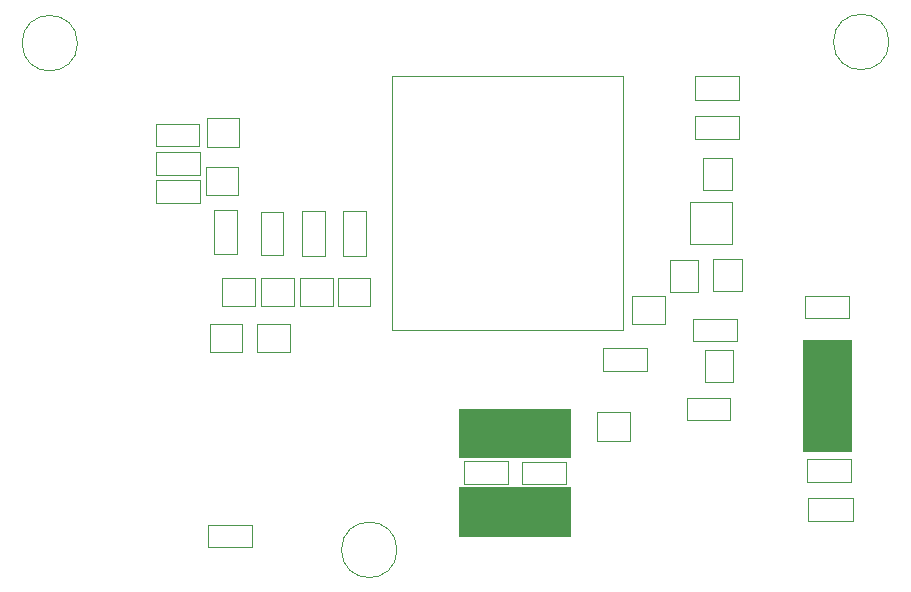
<source format=gbr>
G04 #@! TF.GenerationSoftware,KiCad,Pcbnew,(6.0.2)*
G04 #@! TF.CreationDate,2022-04-01T11:32:24+02:00*
G04 #@! TF.ProjectId,iot node,696f7420-6e6f-4646-952e-6b696361645f,rev?*
G04 #@! TF.SameCoordinates,Original*
G04 #@! TF.FileFunction,Other,User*
%FSLAX46Y46*%
G04 Gerber Fmt 4.6, Leading zero omitted, Abs format (unit mm)*
G04 Created by KiCad (PCBNEW (6.0.2)) date 2022-04-01 11:32:24*
%MOMM*%
%LPD*%
G01*
G04 APERTURE LIST*
%ADD10C,0.050000*%
%ADD11C,0.120000*%
%ADD12C,0.100000*%
G04 APERTURE END LIST*
D10*
X162300000Y-100150000D02*
G75*
G03*
X162300000Y-100150000I-2350000J0D01*
G01*
X93600000Y-100250000D02*
G75*
G03*
X93600000Y-100250000I-2350000J0D01*
G01*
X120650000Y-143150000D02*
G75*
G03*
X120650000Y-143150000I-2350000J0D01*
G01*
X107275000Y-109025000D02*
X104525000Y-109025000D01*
X104525000Y-106625000D02*
X104525000Y-109025000D01*
X104525000Y-106625000D02*
X107275000Y-106625000D01*
X107275000Y-109025000D02*
X107275000Y-106625000D01*
X111550000Y-126400000D02*
X108800000Y-126400000D01*
X111550000Y-126400000D02*
X111550000Y-124000000D01*
X108800000Y-124000000D02*
X111550000Y-124000000D01*
X108800000Y-124000000D02*
X108800000Y-126400000D01*
D11*
X139800000Y-124500000D02*
X139800000Y-103000000D01*
X120200000Y-103000000D02*
X120200000Y-124500000D01*
X139800000Y-124500000D02*
X120200000Y-124500000D01*
X139800000Y-103000000D02*
X120200000Y-103000000D01*
D10*
X148980000Y-117235000D02*
X145420000Y-117235000D01*
X145420000Y-117235000D02*
X145420000Y-113675000D01*
X145420000Y-113675000D02*
X148980000Y-113675000D01*
X148980000Y-113675000D02*
X148980000Y-117235000D01*
X109150000Y-120100000D02*
X111900000Y-120100000D01*
X109150000Y-120100000D02*
X109150000Y-122500000D01*
X111900000Y-122500000D02*
X111900000Y-120100000D01*
X111900000Y-122500000D02*
X109150000Y-122500000D01*
X148875000Y-130275000D02*
X148875000Y-132175000D01*
X148875000Y-132175000D02*
X145175000Y-132175000D01*
X145175000Y-132175000D02*
X145175000Y-130275000D01*
X145175000Y-130275000D02*
X148875000Y-130275000D01*
X114530000Y-118230000D02*
X112570000Y-118230000D01*
X112570000Y-114470000D02*
X114530000Y-114470000D01*
X112570000Y-118230000D02*
X112570000Y-114470000D01*
X114530000Y-114470000D02*
X114530000Y-118230000D01*
X145870000Y-108380000D02*
X145870000Y-106420000D01*
X149630000Y-108380000D02*
X145870000Y-108380000D01*
X149630000Y-106420000D02*
X149630000Y-108380000D01*
X145870000Y-106420000D02*
X149630000Y-106420000D01*
X104450000Y-110700000D02*
X107200000Y-110700000D01*
X107200000Y-113100000D02*
X104450000Y-113100000D01*
X107200000Y-113100000D02*
X107200000Y-110700000D01*
X104450000Y-110700000D02*
X104450000Y-113100000D01*
D12*
X155000000Y-134750000D02*
X155000000Y-125350000D01*
X155000000Y-125350000D02*
X159100000Y-125350000D01*
X159100000Y-125350000D02*
X159100000Y-134750000D01*
X159100000Y-134750000D02*
X155000000Y-134750000D01*
G36*
X159100000Y-134750000D02*
G01*
X155000000Y-134750000D01*
X155000000Y-125350000D01*
X159100000Y-125350000D01*
X159100000Y-134750000D01*
G37*
X159100000Y-134750000D02*
X155000000Y-134750000D01*
X155000000Y-125350000D01*
X159100000Y-125350000D01*
X159100000Y-134750000D01*
D10*
X100207500Y-109495000D02*
X103967500Y-109495000D01*
X103967500Y-111455000D02*
X100207500Y-111455000D01*
X100207500Y-111455000D02*
X100207500Y-109495000D01*
X103967500Y-109495000D02*
X103967500Y-111455000D01*
X105120000Y-118142500D02*
X105120000Y-114382500D01*
X107080000Y-114382500D02*
X107080000Y-118142500D01*
X107080000Y-118142500D02*
X105120000Y-118142500D01*
X105120000Y-114382500D02*
X107080000Y-114382500D01*
D12*
X125900000Y-137850000D02*
X135300000Y-137850000D01*
X135300000Y-137850000D02*
X135300000Y-141950000D01*
X135300000Y-141950000D02*
X125900000Y-141950000D01*
X125900000Y-141950000D02*
X125900000Y-137850000D01*
G36*
X135300000Y-141950000D02*
G01*
X125900000Y-141950000D01*
X125900000Y-137850000D01*
X135300000Y-137850000D01*
X135300000Y-141950000D01*
G37*
X135300000Y-141950000D02*
X125900000Y-141950000D01*
X125900000Y-137850000D01*
X135300000Y-137850000D01*
X135300000Y-141950000D01*
D10*
X103950000Y-113750000D02*
X100250000Y-113750000D01*
X103950000Y-111850000D02*
X103950000Y-113750000D01*
X100250000Y-111850000D02*
X103950000Y-111850000D01*
X100250000Y-113750000D02*
X100250000Y-111850000D01*
X115200000Y-122500000D02*
X112450000Y-122500000D01*
X115200000Y-122500000D02*
X115200000Y-120100000D01*
X112450000Y-120100000D02*
X112450000Y-122500000D01*
X112450000Y-120100000D02*
X115200000Y-120100000D01*
X118400000Y-122500000D02*
X118400000Y-120100000D01*
X115650000Y-120100000D02*
X118400000Y-120100000D01*
X118400000Y-122500000D02*
X115650000Y-122500000D01*
X115650000Y-120100000D02*
X115650000Y-122500000D01*
X140575000Y-121650000D02*
X143325000Y-121650000D01*
X143325000Y-124050000D02*
X143325000Y-121650000D01*
X143325000Y-124050000D02*
X140575000Y-124050000D01*
X140575000Y-121650000D02*
X140575000Y-124050000D01*
X159075000Y-137400000D02*
X155375000Y-137400000D01*
X159075000Y-135500000D02*
X159075000Y-137400000D01*
X155375000Y-137400000D02*
X155375000Y-135500000D01*
X155375000Y-135500000D02*
X159075000Y-135500000D01*
X146725000Y-128975000D02*
X146725000Y-126225000D01*
X149125000Y-126225000D02*
X146725000Y-126225000D01*
X149125000Y-126225000D02*
X149125000Y-128975000D01*
X146725000Y-128975000D02*
X149125000Y-128975000D01*
D12*
X135300000Y-135325000D02*
X125900000Y-135325000D01*
X125900000Y-135325000D02*
X125900000Y-131225000D01*
X125900000Y-131225000D02*
X135300000Y-131225000D01*
X135300000Y-131225000D02*
X135300000Y-135325000D01*
G36*
X135300000Y-135325000D02*
G01*
X125900000Y-135325000D01*
X125900000Y-131225000D01*
X135300000Y-131225000D01*
X135300000Y-135325000D01*
G37*
X135300000Y-135325000D02*
X125900000Y-135325000D01*
X125900000Y-131225000D01*
X135300000Y-131225000D01*
X135300000Y-135325000D01*
D10*
X149825000Y-118500000D02*
X147425000Y-118500000D01*
X147425000Y-121250000D02*
X147425000Y-118500000D01*
X149825000Y-118500000D02*
X149825000Y-121250000D01*
X147425000Y-121250000D02*
X149825000Y-121250000D01*
X158900000Y-123550000D02*
X155200000Y-123550000D01*
X158900000Y-121650000D02*
X158900000Y-123550000D01*
X155200000Y-121650000D02*
X158900000Y-121650000D01*
X155200000Y-123550000D02*
X155200000Y-121650000D01*
X140375000Y-133900000D02*
X137625000Y-133900000D01*
X137625000Y-131500000D02*
X140375000Y-131500000D01*
X137625000Y-131500000D02*
X137625000Y-133900000D01*
X140375000Y-133900000D02*
X140375000Y-131500000D01*
X130042500Y-135595000D02*
X130042500Y-137555000D01*
X130042500Y-137555000D02*
X126282500Y-137555000D01*
X126282500Y-135595000D02*
X130042500Y-135595000D01*
X126282500Y-137555000D02*
X126282500Y-135595000D01*
X155470000Y-140680000D02*
X155470000Y-138720000D01*
X159230000Y-138720000D02*
X159230000Y-140680000D01*
X155470000Y-138720000D02*
X159230000Y-138720000D01*
X159230000Y-140680000D02*
X155470000Y-140680000D01*
X108350000Y-141050000D02*
X108350000Y-142950000D01*
X108350000Y-142950000D02*
X104650000Y-142950000D01*
X104650000Y-142950000D02*
X104650000Y-141050000D01*
X104650000Y-141050000D02*
X108350000Y-141050000D01*
X145750000Y-123575000D02*
X149450000Y-123575000D01*
X149450000Y-123575000D02*
X149450000Y-125475000D01*
X149450000Y-125475000D02*
X145750000Y-125475000D01*
X145750000Y-125475000D02*
X145750000Y-123575000D01*
X103925000Y-107100000D02*
X103925000Y-109000000D01*
X103925000Y-109000000D02*
X100225000Y-109000000D01*
X100225000Y-107100000D02*
X103925000Y-107100000D01*
X100225000Y-109000000D02*
X100225000Y-107100000D01*
X107550000Y-126400000D02*
X107550000Y-124000000D01*
X104800000Y-124000000D02*
X104800000Y-126400000D01*
X107550000Y-126400000D02*
X104800000Y-126400000D01*
X104800000Y-124000000D02*
X107550000Y-124000000D01*
X131275000Y-137575000D02*
X131275000Y-135675000D01*
X134975000Y-137575000D02*
X131275000Y-137575000D01*
X134975000Y-135675000D02*
X134975000Y-137575000D01*
X131275000Y-135675000D02*
X134975000Y-135675000D01*
X138100000Y-128000000D02*
X138100000Y-126100000D01*
X138100000Y-126100000D02*
X141800000Y-126100000D01*
X141800000Y-128000000D02*
X138100000Y-128000000D01*
X141800000Y-126100000D02*
X141800000Y-128000000D01*
X116045000Y-118255000D02*
X116045000Y-114495000D01*
X118005000Y-118255000D02*
X116045000Y-118255000D01*
X116045000Y-114495000D02*
X118005000Y-114495000D01*
X118005000Y-114495000D02*
X118005000Y-118255000D01*
X143725000Y-121325000D02*
X146125000Y-121325000D01*
X146125000Y-118575000D02*
X143725000Y-118575000D01*
X143725000Y-121325000D02*
X143725000Y-118575000D01*
X146125000Y-118575000D02*
X146125000Y-121325000D01*
X111025000Y-114525000D02*
X111025000Y-118225000D01*
X109125000Y-118225000D02*
X109125000Y-114525000D01*
X109125000Y-114525000D02*
X111025000Y-114525000D01*
X111025000Y-118225000D02*
X109125000Y-118225000D01*
X145870000Y-103070000D02*
X149630000Y-103070000D01*
X145870000Y-105030000D02*
X145870000Y-103070000D01*
X149630000Y-103070000D02*
X149630000Y-105030000D01*
X149630000Y-105030000D02*
X145870000Y-105030000D01*
X148975000Y-109975000D02*
X148975000Y-112725000D01*
X146575000Y-112725000D02*
X148975000Y-112725000D01*
X148975000Y-109975000D02*
X146575000Y-109975000D01*
X146575000Y-112725000D02*
X146575000Y-109975000D01*
X108600000Y-122500000D02*
X105850000Y-122500000D01*
X108600000Y-122500000D02*
X108600000Y-120100000D01*
X105850000Y-120100000D02*
X108600000Y-120100000D01*
X105850000Y-120100000D02*
X105850000Y-122500000D01*
M02*

</source>
